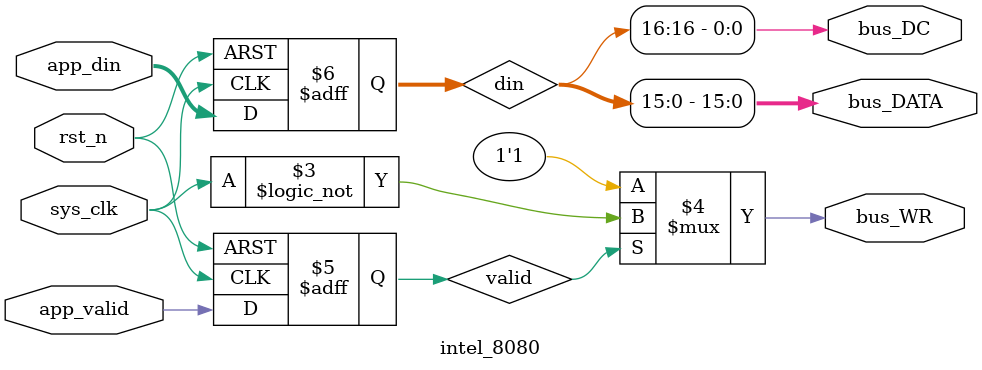
<source format=v>
`timescale 1ns / 1ps


module intel_8080 (
    input         sys_clk,    //50M
    input         rst_n,
    /**************************/
    input         app_valid,
    input  [16:0] app_din,
    /**************************/
    output        bus_DC,
    output        bus_WR,
    output [15:0] bus_DATA
);
  reg        valid;
  reg [16:0] din;
  /**************************/
  always @(posedge sys_clk, negedge rst_n) begin
    if (!rst_n) begin
      valid <= 1'd0;
      din   <= 17'd0;
    end else begin
      valid <= app_valid;
      din   <= app_din;
    end
  end
  assign bus_WR   = valid ? (!sys_clk) : 1'b1;
  assign bus_DC   = din[16];
  assign bus_DATA = din[15:0];
endmodule

</source>
